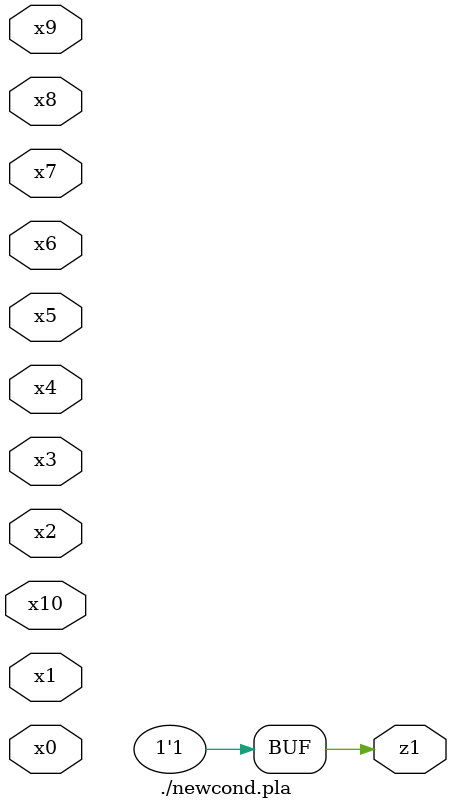
<source format=v>

module \./newcond.pla  ( 
    x0, x1, x2, x3, x4, x5, x6, x7, x8, x9, x10,
    z1  );
  input  x0, x1, x2, x3, x4, x5, x6, x7, x8, x9, x10;
  output z1;
  assign z1 = 1'b1;
endmodule



</source>
